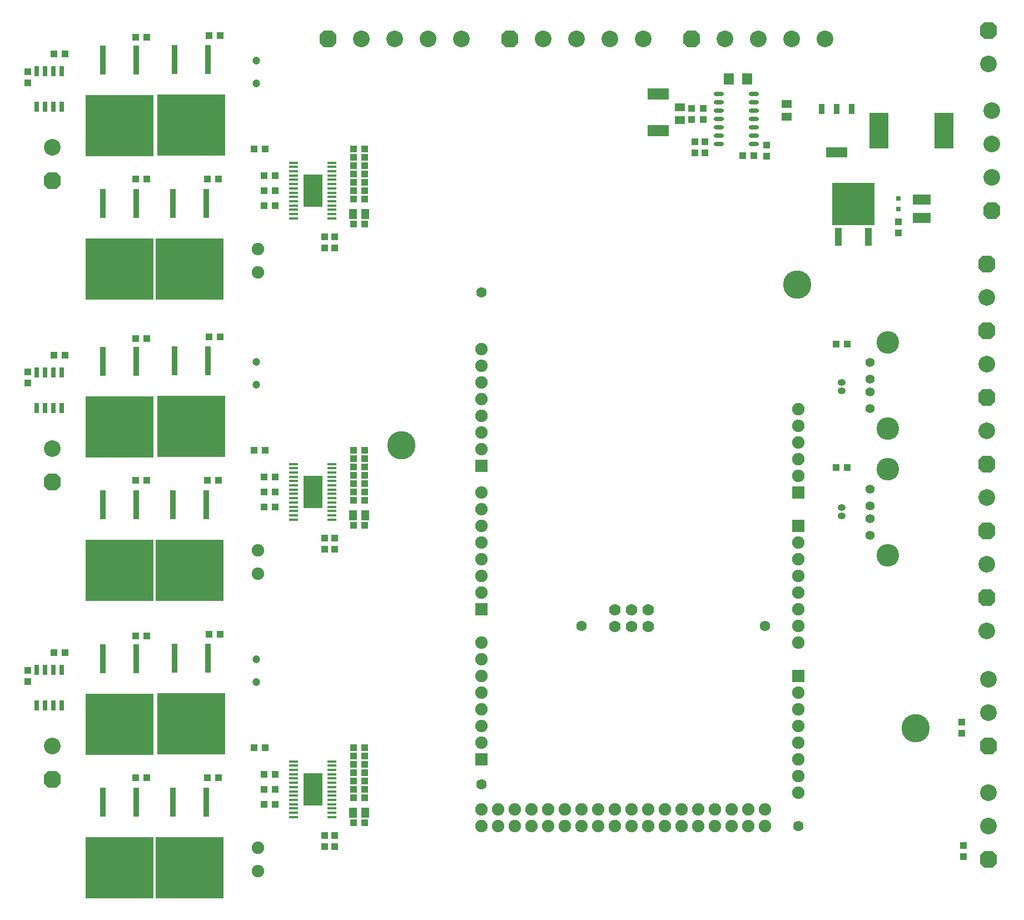
<source format=gbr>
%TF.GenerationSoftware,Altium Limited,Altium Designer,19.1.5 (86)*%
G04 Layer_Color=255*
%FSLAX26Y26*%
%MOIN*%
%TF.FileFunction,Pads,Top*%
%TF.Part,Single*%
G01*
G75*
%TA.AperFunction,SMDPad,CuDef*%
%ADD10R,0.039370X0.043307*%
%ADD11R,0.043307X0.039370*%
%ADD12R,0.059055X0.051181*%
%ADD13R,0.051181X0.059055*%
%ADD14R,0.025591X0.060039*%
%ADD15R,0.058071X0.017716*%
%ADD16R,0.118110X0.196850*%
%ADD17R,0.409449X0.366142*%
%ADD18R,0.037402X0.173228*%
%ADD19R,0.035433X0.062992*%
%ADD20R,0.125984X0.062992*%
%ADD21R,0.114173X0.212598*%
%ADD22R,0.062992X0.070866*%
%ADD23R,0.125984X0.070866*%
%ADD24R,0.043307X0.106299*%
%ADD25R,0.255905X0.255905*%
%ADD26R,0.031496X0.031496*%
%ADD27R,0.106299X0.062992*%
%ADD28O,0.061024X0.023622*%
%TA.AperFunction,ComponentPad*%
G04:AMPARAMS|DCode=32|XSize=100mil|YSize=100mil|CornerRadius=0mil|HoleSize=0mil|Usage=FLASHONLY|Rotation=270.000|XOffset=0mil|YOffset=0mil|HoleType=Round|Shape=Octagon|*
%AMOCTAGOND32*
4,1,8,-0.025000,-0.050000,0.025000,-0.050000,0.050000,-0.025000,0.050000,0.025000,0.025000,0.050000,-0.025000,0.050000,-0.050000,0.025000,-0.050000,-0.025000,-0.025000,-0.050000,0.0*
%
%ADD32OCTAGOND32*%

%ADD33C,0.100000*%
%ADD34C,0.055906*%
%ADD35C,0.135827*%
G04:AMPARAMS|DCode=36|XSize=100mil|YSize=100mil|CornerRadius=0mil|HoleSize=0mil|Usage=FLASHONLY|Rotation=0.000|XOffset=0mil|YOffset=0mil|HoleType=Round|Shape=Octagon|*
%AMOCTAGOND36*
4,1,8,0.050000,-0.025000,0.050000,0.025000,0.025000,0.050000,-0.025000,0.050000,-0.050000,0.025000,-0.050000,-0.025000,-0.025000,-0.050000,0.025000,-0.050000,0.050000,-0.025000,0.0*
%
%ADD36OCTAGOND36*%

%ADD37O,0.047244X0.039370*%
%ADD38C,0.074803*%
%ADD39C,0.047244*%
%TA.AperFunction,ViaPad*%
%ADD40C,0.170000*%
%TA.AperFunction,ComponentPad*%
%ADD41R,0.074803X0.074803*%
%ADD42C,0.070000*%
%TA.AperFunction,ViaPad*%
%ADD43C,0.062992*%
D10*
X50000Y4906535D02*
D03*
Y4973465D02*
D03*
Y1316535D02*
D03*
Y1383465D02*
D03*
Y3106535D02*
D03*
Y3173465D02*
D03*
X5270000Y4006535D02*
D03*
Y4073465D02*
D03*
X4100000Y4753465D02*
D03*
Y4686535D02*
D03*
X4030000Y4686535D02*
D03*
Y4753465D02*
D03*
X4480000Y4533465D02*
D03*
Y4466535D02*
D03*
X4050000Y4553465D02*
D03*
Y4486535D02*
D03*
X4110000Y4486535D02*
D03*
Y4553465D02*
D03*
X1830000Y3983465D02*
D03*
Y3916535D02*
D03*
X1890000Y3916535D02*
D03*
Y3983465D02*
D03*
X1830000Y2176929D02*
D03*
Y2110000D02*
D03*
X1890000Y2110000D02*
D03*
Y2176929D02*
D03*
X1830000Y326536D02*
D03*
Y393465D02*
D03*
X1890000Y393464D02*
D03*
Y326535D02*
D03*
X5650000Y1073465D02*
D03*
Y1006535D02*
D03*
X5660000Y333465D02*
D03*
Y266536D02*
D03*
D11*
X4896535Y2600000D02*
D03*
X4963465D02*
D03*
X4896535Y3340000D02*
D03*
X4963465D02*
D03*
X4403465Y4470000D02*
D03*
X4336535D02*
D03*
X273465Y5080000D02*
D03*
X206536D02*
D03*
X1533465Y4350000D02*
D03*
X1466536D02*
D03*
X1466535Y4260000D02*
D03*
X1533465D02*
D03*
X1533465Y4170000D02*
D03*
X1466536D02*
D03*
X2070000Y4060000D02*
D03*
X2003071D02*
D03*
X763465Y4330000D02*
D03*
X696536D02*
D03*
X2003071Y4510000D02*
D03*
X2070000D02*
D03*
X2070000Y4460000D02*
D03*
X2003071D02*
D03*
X2070000Y4410000D02*
D03*
X2003071D02*
D03*
X2070000Y4360000D02*
D03*
X2003071D02*
D03*
X2070000Y4310000D02*
D03*
X2003071D02*
D03*
X1193465Y4330000D02*
D03*
X1126536D02*
D03*
X2070000Y4260000D02*
D03*
X2003071D02*
D03*
X2070000Y4210000D02*
D03*
X2003071D02*
D03*
X1203465Y5190000D02*
D03*
X1136536D02*
D03*
X1473465Y4510000D02*
D03*
X1406536D02*
D03*
X273465Y3273465D02*
D03*
X206536D02*
D03*
X1533465Y2543465D02*
D03*
X1466535D02*
D03*
X1466535Y2453465D02*
D03*
X1533465D02*
D03*
X1533465Y2363465D02*
D03*
X1466535D02*
D03*
X2070000Y2253465D02*
D03*
X2003071D02*
D03*
X763465Y2523465D02*
D03*
X696535D02*
D03*
X2003071Y2703465D02*
D03*
X2070000D02*
D03*
X2070000Y2653465D02*
D03*
X2003071D02*
D03*
X2070000Y2603465D02*
D03*
X2003071D02*
D03*
X2070000Y2553465D02*
D03*
X2003071D02*
D03*
X2070000Y2503465D02*
D03*
X2003071D02*
D03*
X1193465Y2523465D02*
D03*
X1126535D02*
D03*
X2070000Y2453465D02*
D03*
X2003071D02*
D03*
X2070000Y2403465D02*
D03*
X2003071D02*
D03*
X1203465Y3383465D02*
D03*
X1136535D02*
D03*
X1473465Y2703465D02*
D03*
X1406535D02*
D03*
X696535Y3373465D02*
D03*
X763465D02*
D03*
X696536Y5180000D02*
D03*
X763465D02*
D03*
X206536Y1490000D02*
D03*
X273465D02*
D03*
X1136536Y1600000D02*
D03*
X1203465D02*
D03*
X2003071Y470000D02*
D03*
X2070000D02*
D03*
X2003071Y620000D02*
D03*
X2070000D02*
D03*
X2003071Y720000D02*
D03*
X2070000D02*
D03*
X2003071Y670000D02*
D03*
X2070000D02*
D03*
X2003071Y770000D02*
D03*
X2070000D02*
D03*
X2003071Y820000D02*
D03*
X2070000D02*
D03*
X2003071Y870000D02*
D03*
X2070000D02*
D03*
X2070000Y920000D02*
D03*
X2003071D02*
D03*
X1466536Y580000D02*
D03*
X1533465D02*
D03*
X1533465Y670000D02*
D03*
X1466535D02*
D03*
X1466536Y760000D02*
D03*
X1533465D02*
D03*
X1406536Y920000D02*
D03*
X1473465D02*
D03*
X1126536Y740000D02*
D03*
X1193465D02*
D03*
X696536D02*
D03*
X763465D02*
D03*
Y1590000D02*
D03*
X696536D02*
D03*
D12*
X3960000Y4757402D02*
D03*
Y4682599D02*
D03*
X4600000Y4702599D02*
D03*
Y4777402D02*
D03*
D13*
X1999134Y4120000D02*
D03*
X2073937D02*
D03*
X1999134Y2313465D02*
D03*
X2073937D02*
D03*
X2073937Y530000D02*
D03*
X1999134D02*
D03*
D14*
X105000Y4763228D02*
D03*
X155000D02*
D03*
X205000D02*
D03*
X255000D02*
D03*
Y4976772D02*
D03*
X205000D02*
D03*
X155000D02*
D03*
X105000D02*
D03*
X105000Y2956693D02*
D03*
X155000D02*
D03*
X205000D02*
D03*
X255000D02*
D03*
Y3170236D02*
D03*
X205000D02*
D03*
X155000D02*
D03*
X105000D02*
D03*
X105000Y1386772D02*
D03*
X155000D02*
D03*
X205000D02*
D03*
X255000D02*
D03*
Y1173228D02*
D03*
X205000D02*
D03*
X155000D02*
D03*
X105000D02*
D03*
D15*
X1644331Y4426339D02*
D03*
Y4400748D02*
D03*
Y4375158D02*
D03*
Y4349567D02*
D03*
Y4323976D02*
D03*
Y4298386D02*
D03*
Y4272795D02*
D03*
Y4247205D02*
D03*
Y4221614D02*
D03*
Y4196024D02*
D03*
Y4170433D02*
D03*
Y4144842D02*
D03*
Y4119252D02*
D03*
Y4093661D02*
D03*
X1875669D02*
D03*
Y4119252D02*
D03*
Y4144842D02*
D03*
Y4170433D02*
D03*
Y4196024D02*
D03*
Y4221614D02*
D03*
Y4247205D02*
D03*
Y4272795D02*
D03*
Y4298386D02*
D03*
Y4323976D02*
D03*
Y4349567D02*
D03*
Y4375158D02*
D03*
Y4400748D02*
D03*
Y4426339D02*
D03*
X1644331Y2619803D02*
D03*
Y2594213D02*
D03*
Y2568622D02*
D03*
Y2543032D02*
D03*
Y2517441D02*
D03*
Y2491850D02*
D03*
Y2466260D02*
D03*
Y2440669D02*
D03*
Y2415079D02*
D03*
Y2389488D02*
D03*
Y2363898D02*
D03*
Y2338307D02*
D03*
Y2312717D02*
D03*
Y2287126D02*
D03*
X1875669D02*
D03*
Y2312717D02*
D03*
Y2338307D02*
D03*
Y2363898D02*
D03*
Y2389488D02*
D03*
Y2415079D02*
D03*
Y2440669D02*
D03*
Y2466260D02*
D03*
Y2491850D02*
D03*
Y2517441D02*
D03*
Y2543032D02*
D03*
Y2568622D02*
D03*
Y2594213D02*
D03*
Y2619803D02*
D03*
X1875669Y836339D02*
D03*
Y810748D02*
D03*
Y785158D02*
D03*
Y759567D02*
D03*
Y733976D02*
D03*
Y708386D02*
D03*
Y682795D02*
D03*
Y657205D02*
D03*
Y631614D02*
D03*
Y606024D02*
D03*
Y580433D02*
D03*
Y554842D02*
D03*
Y529252D02*
D03*
Y503661D02*
D03*
X1644331D02*
D03*
Y529252D02*
D03*
Y554842D02*
D03*
Y580433D02*
D03*
Y606024D02*
D03*
Y631614D02*
D03*
Y657205D02*
D03*
Y682795D02*
D03*
Y708386D02*
D03*
Y733976D02*
D03*
Y759567D02*
D03*
Y785158D02*
D03*
Y810748D02*
D03*
Y836339D02*
D03*
D16*
X1760000Y4260000D02*
D03*
X1760000Y2453465D02*
D03*
X1760000Y670000D02*
D03*
D17*
X600000Y3790000D02*
D03*
Y4650000D02*
D03*
X1020000Y3790000D02*
D03*
X1030000Y4652362D02*
D03*
X600000Y1983465D02*
D03*
Y2843465D02*
D03*
X1020000Y1983465D02*
D03*
X1030000Y2845827D02*
D03*
X600000Y1060000D02*
D03*
X1030000Y1062362D02*
D03*
X600000Y200000D02*
D03*
X1020000D02*
D03*
D18*
X500000Y4181732D02*
D03*
X700000D02*
D03*
X500000Y5041732D02*
D03*
X700000D02*
D03*
X920000Y4181732D02*
D03*
X1120000D02*
D03*
X930000Y5044094D02*
D03*
X1130000D02*
D03*
X500000Y2375197D02*
D03*
X700000D02*
D03*
X500000Y3235197D02*
D03*
X700000D02*
D03*
X920000Y2375197D02*
D03*
X1120000D02*
D03*
X930000Y3237559D02*
D03*
X1130000D02*
D03*
X700000Y1451732D02*
D03*
X500000D02*
D03*
X1130000Y1454094D02*
D03*
X930000D02*
D03*
X700000Y591732D02*
D03*
X500000D02*
D03*
X1120000D02*
D03*
X920000D02*
D03*
D19*
X4990551Y4749921D02*
D03*
X4900000D02*
D03*
X4809449D02*
D03*
D20*
X4900000Y4490079D02*
D03*
D21*
X5155118Y4620000D02*
D03*
X5544882D02*
D03*
D22*
X4254882Y4930000D02*
D03*
X4365118D02*
D03*
D23*
X3830000Y4619764D02*
D03*
Y4840236D02*
D03*
D24*
X4909449Y3983583D02*
D03*
X5090551D02*
D03*
D25*
X5000000Y4180000D02*
D03*
D26*
X5270000Y4148504D02*
D03*
Y4211496D02*
D03*
D27*
X5410000Y4094882D02*
D03*
Y4205118D02*
D03*
D28*
X4195669Y4840000D02*
D03*
Y4790000D02*
D03*
Y4740000D02*
D03*
Y4690000D02*
D03*
Y4640000D02*
D03*
Y4590000D02*
D03*
Y4540000D02*
D03*
X4404331Y4840000D02*
D03*
Y4790000D02*
D03*
Y4740000D02*
D03*
Y4690000D02*
D03*
Y4640000D02*
D03*
Y4590000D02*
D03*
Y4540000D02*
D03*
D32*
X5801669Y1820370D02*
D03*
Y2220370D02*
D03*
X5800000Y2620000D02*
D03*
Y3020000D02*
D03*
Y3420000D02*
D03*
Y3820000D02*
D03*
X5811669Y5220370D02*
D03*
X5830000Y4140000D02*
D03*
X5810000Y250000D02*
D03*
Y930000D02*
D03*
X198331Y2513095D02*
D03*
X198331Y4319630D02*
D03*
X198331Y729630D02*
D03*
D33*
X5801669Y1620370D02*
D03*
Y2020370D02*
D03*
X5800000Y2420000D02*
D03*
Y2820000D02*
D03*
Y3220000D02*
D03*
Y3620000D02*
D03*
X5811669Y5020370D02*
D03*
X5830000Y4740000D02*
D03*
Y4540000D02*
D03*
Y4340000D02*
D03*
X5810000Y650000D02*
D03*
Y450000D02*
D03*
X4830000Y5170000D02*
D03*
X4630000D02*
D03*
X4430000D02*
D03*
X4230000D02*
D03*
X5810000Y1330000D02*
D03*
Y1130000D02*
D03*
X2650000Y5170000D02*
D03*
X2450000D02*
D03*
X2250000D02*
D03*
X2050000D02*
D03*
X3740000D02*
D03*
X3540000D02*
D03*
X3340000D02*
D03*
X3140000D02*
D03*
X198331Y2713095D02*
D03*
X198331Y4519630D02*
D03*
X198331Y929630D02*
D03*
D34*
X5100944Y2369370D02*
D03*
Y2290630D02*
D03*
Y2467795D02*
D03*
Y2192205D02*
D03*
X5100947Y3129370D02*
D03*
Y3050630D02*
D03*
Y3227795D02*
D03*
Y2952205D02*
D03*
D35*
X5207637Y2588661D02*
D03*
Y2071339D02*
D03*
X5207640Y3348661D02*
D03*
Y2831339D02*
D03*
D36*
X4030000Y5170000D02*
D03*
X1850000D02*
D03*
X2940000D02*
D03*
D37*
X4930000Y3110000D02*
D03*
Y3060000D02*
D03*
Y2310000D02*
D03*
Y2360000D02*
D03*
D38*
X1430000Y3770000D02*
D03*
Y3907795D02*
D03*
X1430000Y1963465D02*
D03*
Y2101260D02*
D03*
X1430000Y317795D02*
D03*
Y180000D02*
D03*
X4470000Y550000D02*
D03*
Y450000D02*
D03*
X4370000Y550000D02*
D03*
Y450000D02*
D03*
X4270000Y550000D02*
D03*
Y450000D02*
D03*
X4170000Y550000D02*
D03*
Y450000D02*
D03*
X4070000Y550000D02*
D03*
Y450000D02*
D03*
X3970000Y550000D02*
D03*
Y450000D02*
D03*
X3870000Y550000D02*
D03*
Y450000D02*
D03*
X3770000Y550000D02*
D03*
Y450000D02*
D03*
X3670000D02*
D03*
Y550000D02*
D03*
X3570000D02*
D03*
Y450000D02*
D03*
X3470000Y550000D02*
D03*
Y450000D02*
D03*
X3370000Y550000D02*
D03*
Y450000D02*
D03*
X3270000Y550000D02*
D03*
Y450000D02*
D03*
X3170000Y550000D02*
D03*
Y450000D02*
D03*
X3070000Y550000D02*
D03*
Y450000D02*
D03*
X2970000Y550000D02*
D03*
Y450000D02*
D03*
X2870000Y550000D02*
D03*
Y450000D02*
D03*
X2770000Y550000D02*
D03*
Y450000D02*
D03*
X4670000Y1150000D02*
D03*
Y1250000D02*
D03*
Y650000D02*
D03*
Y750000D02*
D03*
Y850000D02*
D03*
Y950000D02*
D03*
Y1050000D02*
D03*
X2770000D02*
D03*
Y950000D02*
D03*
Y1550000D02*
D03*
Y1450000D02*
D03*
Y1350000D02*
D03*
Y1250000D02*
D03*
Y1150000D02*
D03*
X4670000Y2050000D02*
D03*
Y2150000D02*
D03*
Y1550000D02*
D03*
Y1650000D02*
D03*
Y1750000D02*
D03*
Y1850000D02*
D03*
Y1950000D02*
D03*
X2770000D02*
D03*
Y1850000D02*
D03*
Y2450000D02*
D03*
Y2350000D02*
D03*
Y2250000D02*
D03*
Y2150000D02*
D03*
Y2050000D02*
D03*
X4670000Y2550000D02*
D03*
Y2650000D02*
D03*
Y2750000D02*
D03*
Y2850000D02*
D03*
Y2950000D02*
D03*
X2770000Y2810000D02*
D03*
Y2710000D02*
D03*
Y3310000D02*
D03*
Y3210000D02*
D03*
Y3110000D02*
D03*
Y3010000D02*
D03*
Y2910000D02*
D03*
D39*
X1420000Y4902205D02*
D03*
Y5040000D02*
D03*
X1420000Y3095669D02*
D03*
Y3233465D02*
D03*
X1420000Y1450000D02*
D03*
Y1312205D02*
D03*
D40*
X4665000Y3697000D02*
D03*
X5375500Y1036000D02*
D03*
X2289500Y2733500D02*
D03*
D41*
X4670000Y1350000D02*
D03*
X2770000Y850000D02*
D03*
X4670000Y2250000D02*
D03*
X2770000Y1750000D02*
D03*
X4670000Y2450000D02*
D03*
X2770000Y2610000D02*
D03*
D42*
X3770000Y1645000D02*
D03*
Y1745000D02*
D03*
X3670000Y1645000D02*
D03*
Y1745000D02*
D03*
X3570000Y1645000D02*
D03*
Y1745000D02*
D03*
D43*
X2770000Y3650000D02*
D03*
X3370000Y1650000D02*
D03*
X4470000D02*
D03*
X4670000Y450000D02*
D03*
X2770000Y700000D02*
D03*
%TF.MD5,ccc4aed6571e18c03f59e60e06f3ff2e*%
M02*

</source>
